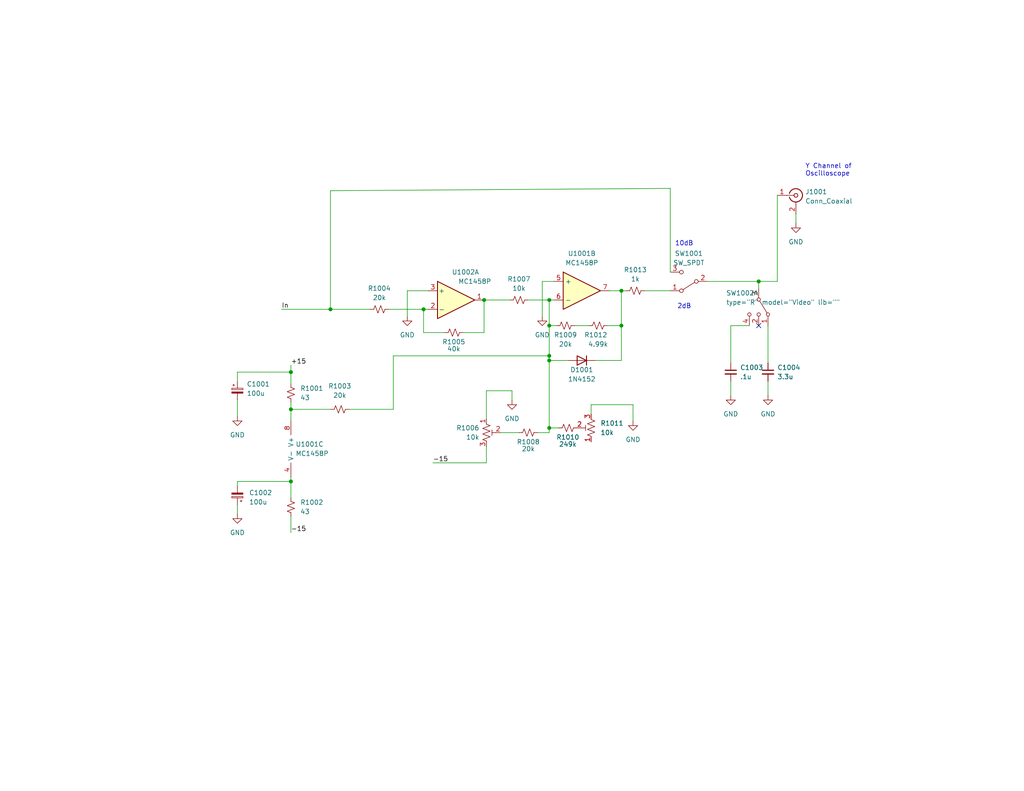
<source format=kicad_sch>
(kicad_sch (version 20211123) (generator eeschema)
  (paper "USLetter")
  (title_block (title "Spectrum Analyzer 2DB/DIV Board") (date "2022-08-15") (rev "0") (company "Andy McCann KA3KAF and Doug McCann KA3KAG") (comment 2 "Wes Hayward W7ZOI") (comment 3 "Original Design By:"))
  (lib_symbols
    (symbol "2db-div:1N4152" (pin_numbers hide) (pin_names hide)
      (property "Reference" "D" (at 0 0 0))
      (property "Value" "1N4152" (at 0 0 0))
      (symbol "1N4152_0_1"
        (polyline (pts (xy 0 -1.27) (xy 0 -3.81)) (stroke (width 0.254)))
        (polyline (pts (xy 2.54 -2.54) (xy 0 -2.54)))
        (polyline (pts (xy 2.54 -1.27) (xy 2.54 -3.81) (xy 0 -2.54) (xy 2.54 -1.27)) (stroke (width 0.254)))
      )
      (symbol "1N4152_1_1"
        (pin passive line (at -2.54 -2.54 0) (length 2.54) (name "K") (number "1"))
        (pin passive line (at 5.08 -2.54 180) (length 2.54) (name "A") (number "2"))
      )
    )
    (symbol "2db-div:MC1458P" (pin_names (offset 0.254))
      (property "Reference" "U" (at 5.842 8.89 0))
      (property "Value" "MC1458P" (at 5.842 6.35 0))
      (property "Footprint" "2db-div:MC1458P" (at 11.43 4.064 0))
      (symbol "MC1458P_1_1"
        (polyline (pts (xy -12.7 5.08) (xy -2.54 0) (xy -12.7 -5.08) (xy -12.7 5.08)) (stroke (width 0.254)) (fill (type background)))
        (pin output line (at 0 0 180) (length 2.54) (name "~") (number "1"))
        (pin input line (at -15.24 -2.54 0) (length 2.54) (name "-") (number "2"))
        (pin input line (at -15.24 2.54 0) (length 2.54) (name "+") (number "3"))
      )
      (symbol "MC1458P_2_1"
        (polyline (pts (xy -12.7 5.08) (xy -2.54 0) (xy -12.7 -5.08) (xy -12.7 5.08)) (stroke (width 0.254)) (fill (type background)))
        (pin input line (at -15.24 2.54 0) (length 2.54) (name "+") (number "5"))
        (pin input line (at -15.24 -2.54 0) (length 2.54) (name "-") (number "6"))
        (pin output line (at 0 0 180) (length 2.54) (name "~") (number "7"))
      )
      (symbol "MC1458P_3_1"
        (pin power_in line (at 0 -7.366 90) (length 3.81) (name "V-") (number "4"))
        (pin power_in line (at 0 7.874 270) (length 3.81) (name "V+") (number "8"))
      )
    )
    (symbol "Connector:Conn_Coaxial" (pin_names (offset 1.016) hide)
      (property "Reference" "J" (at 0.254 3.048 0))
      (property "Value" "Conn_Coaxial" (at 2.921 0 90))
      (symbol "Conn_Coaxial_0_1"
        (arc (start -1.778 -0.508) (mid 0.2311 -1.8066) (end 1.778 0) (stroke (width 0.254)))
        (polyline (pts (xy -2.54 0) (xy -0.508 0)))
        (polyline (pts (xy 0 -2.54) (xy 0 -1.778)))
        (circle (center 0 0) (radius 0.508) (stroke (width 0.2032)))
        (arc (start 1.778 0) (mid 0.2099 1.8101) (end -1.778 0.508) (stroke (width 0.254)))
      )
      (symbol "Conn_Coaxial_1_1"
        (pin passive line (at -5.08 0 0) (length 2.54) (name "In") (number "1"))
        (pin passive line (at 0 -5.08 90) (length 2.54) (name "Ext") (number "2"))
      )
    )
    (symbol "Device:C_Polarized_Small" (pin_numbers hide) (pin_names (offset 0.254) hide)
      (property "Reference" "C" (at 0.254 1.778 0))
      (property "Value" "C_Polarized_Small" (at 0.254 -2.032 0))
      (symbol "C_Polarized_Small_0_1"
        (rectangle (start -1.524 -0.3048) (end 1.524 -0.6858) (fill (type outline)))
        (rectangle (start -1.524 0.6858) (end 1.524 0.3048))
        (polyline (pts (xy -1.27 1.524) (xy -0.762 1.524)))
        (polyline (pts (xy -1.016 1.27) (xy -1.016 1.778)))
      )
      (symbol "C_Polarized_Small_1_1"
        (pin passive line (at 0 2.54 270) (length 1.8542) (name "~") (number "1"))
        (pin passive line (at 0 -2.54 90) (length 1.8542) (name "~") (number "2"))
      )
    )
    (symbol "Device:C_Small" (pin_numbers hide) (pin_names (offset 0.254) hide)
      (property "Reference" "C" (at 0.254 1.778 0))
      (property "Value" "C_Small" (at 0.254 -2.032 0))
      (symbol "C_Small_0_1"
        (polyline (pts (xy -1.524 -0.508) (xy 1.524 -0.508)) (stroke (width 0.3302)))
        (polyline (pts (xy -1.524 0.508) (xy 1.524 0.508)) (stroke (width 0.3048)))
      )
      (symbol "C_Small_1_1"
        (pin passive line (at 0 2.54 270) (length 2.032) (name "~") (number "1"))
        (pin passive line (at 0 -2.54 90) (length 2.032) (name "~") (number "2"))
      )
    )
    (symbol "Device:Opamp_Dual"
      (property "Reference" "U" (at 0 5.08 0))
      (property "Value" "Opamp_Dual" (at 0 -5.08 0))
      (symbol "Opamp_Dual_1_1"
        (polyline (pts (xy -5.08 5.08) (xy 5.08 0) (xy -5.08 -5.08) (xy -5.08 5.08)) (stroke (width 0.254)) (fill (type background)))
        (pin output line (at 7.62 0 180) (length 2.54) (name "~") (number "1"))
        (pin input line (at -7.62 -2.54 0) (length 2.54) (name "-") (number "2"))
        (pin input line (at -7.62 2.54 0) (length 2.54) (name "+") (number "3"))
      )
      (symbol "Opamp_Dual_2_1"
        (polyline (pts (xy -5.08 5.08) (xy 5.08 0) (xy -5.08 -5.08) (xy -5.08 5.08)) (stroke (width 0.254)) (fill (type background)))
        (pin input line (at -7.62 2.54 0) (length 2.54) (name "+") (number "5"))
        (pin input line (at -7.62 -2.54 0) (length 2.54) (name "-") (number "6"))
        (pin output line (at 7.62 0 180) (length 2.54) (name "~") (number "7"))
      )
      (symbol "Opamp_Dual_3_1"
        (pin power_in line (at -2.54 -7.62 90) (length 3.81) (name "V-") (number "4"))
        (pin power_in line (at -2.54 7.62 270) (length 3.81) (name "V+") (number "8"))
      )
    )
    (symbol "Device:R_Potentiometer_Trim_US" (pin_names (offset 1.016) hide)
      (property "Reference" "RV" (at -4.445 0 90))
      (property "Value" "R_Potentiometer_Trim_US" (at -2.54 0 90))
      (symbol "R_Potentiometer_Trim_US_0_1"
        (polyline (pts (xy 0 -2.286) (xy 0 -2.54)))
        (polyline (pts (xy 0 2.286) (xy 0 2.54)))
        (polyline (pts (xy 1.524 0.762) (xy 1.524 -0.762)))
        (polyline (pts (xy 2.54 0) (xy 1.524 0)))
        (polyline (pts (xy 0 -0.762) (xy 1.016 -1.143) (xy 0 -1.524) (xy -1.016 -1.905) (xy 0 -2.286)))
        (polyline (pts (xy 0 0.762) (xy 1.016 0.381) (xy 0 0) (xy -1.016 -0.381) (xy 0 -0.762)))
        (polyline (pts (xy 0 2.286) (xy 1.016 1.905) (xy 0 1.524) (xy -1.016 1.143) (xy 0 0.762)))
      )
      (symbol "R_Potentiometer_Trim_US_1_1"
        (pin passive line (at 0 3.81 270) (length 1.27) (name "1") (number "1"))
        (pin passive line (at 3.81 0 180) (length 1.27) (name "2") (number "2"))
        (pin passive line (at 0 -3.81 90) (length 1.27) (name "3") (number "3"))
      )
    )
    (symbol "Device:R_Small_US" (pin_numbers hide) (pin_names (offset 0.254) hide)
      (property "Reference" "R" (at 0.762 0.508 0))
      (property "Value" "R_Small_US" (at 0.762 -1.016 0))
      (symbol "R_Small_US_1_1"
        (polyline (pts (xy 0 0) (xy 1.016 -0.381) (xy 0 -0.762) (xy -1.016 -1.143) (xy 0 -1.524)))
        (polyline (pts (xy 0 1.524) (xy 1.016 1.143) (xy 0 0.762) (xy -1.016 0.381) (xy 0 0)))
        (pin passive line (at 0 2.54 270) (length 1.016) (name "~") (number "1"))
        (pin passive line (at 0 -2.54 90) (length 1.016) (name "~") (number "2"))
      )
    )
    (symbol "Switch:SW_DP3T" (pin_names (offset 0) hide)
      (property "Reference" "SW" (at 0 5.08 0))
      (property "Value" "SW_DP3T" (at 0 -5.08 0))
      (symbol "SW_DP3T_0_1"
        (circle (center -2.032 0) (radius 0.4572))
        (polyline (pts (xy -1.651 0.254) (xy 1.651 2.286)))
        (circle (center 2.032 -2.54) (radius 0.4572))
        (circle (center 2.032 0) (radius 0.4572))
        (circle (center 2.032 2.54) (radius 0.4572))
      )
      (symbol "SW_DP3T_1_1"
        (pin passive line (at 5.08 2.54 180) (length 2.54) (name "1") (number "1"))
        (pin passive line (at 5.08 0 180) (length 2.54) (name "2") (number "2"))
        (pin passive line (at -5.08 0 0) (length 2.54) (name "3") (number "3"))
        (pin passive line (at 5.08 -2.54 180) (length 2.54) (name "4") (number "4"))
      )
      (symbol "SW_DP3T_2_1"
        (pin passive line (at 5.08 2.54 180) (length 2.54) (name "5") (number "5"))
        (pin passive line (at 5.08 0 180) (length 2.54) (name "6") (number "6"))
        (pin passive line (at -5.08 0 0) (length 2.54) (name "7") (number "7"))
        (pin passive line (at 5.08 -2.54 180) (length 2.54) (name "8") (number "8"))
      )
    )
    (symbol "Switch:SW_SPDT" (pin_names (offset 0) hide)
      (property "Reference" "SW" (at 0 4.318 0))
      (property "Value" "SW_SPDT" (at 0 -5.08 0))
      (symbol "SW_SPDT_0_0"
        (circle (center -2.032 0) (radius 0.508))
        (circle (center 2.032 -2.54) (radius 0.508))
      )
      (symbol "SW_SPDT_0_1"
        (polyline (pts (xy -1.524 0.254) (xy 1.651 2.286)))
        (circle (center 2.032 2.54) (radius 0.508))
      )
      (symbol "SW_SPDT_1_1"
        (pin passive line (at 5.08 2.54 180) (length 2.54) (name "A") (number "1"))
        (pin passive line (at -5.08 0 0) (length 2.54) (name "B") (number "2"))
        (pin passive line (at 5.08 -2.54 180) (length 2.54) (name "C") (number "3"))
      )
    )
    (symbol "power:GND" (power) (pin_names (offset 0))
      (property "Value" "GND" (at 0 -3.81 0))
      (symbol "GND_0_1"
        (polyline (pts (xy 0 0) (xy 0 -1.27) (xy 1.27 -1.27) (xy 0 -2.54) (xy -1.27 -1.27) (xy 0 -1.27)))
      )
      (symbol "GND_1_1"
        (pin power_in line (at 0 0 270) (length 0) hide (name "GND") (number "1"))
      )
    )
  )
  (junction (at 207.01 76.835))
  (junction (at 149.86 97.155))
  (junction (at 149.86 98.425))
  (junction (at 149.86 88.9))
  (junction (at 149.86 81.915))
  (junction (at 132.08 81.915))
  (junction (at 149.86 116.84))
  (junction (at 169.545 88.9))
  (junction (at 79.375 111.76))
  (junction (at 79.375 131.445))
  (junction (at 79.375 101.6))
  (junction (at 90.17 84.455))
  (junction (at 115.57 84.455))
  (junction (at 169.545 79.375))
  (no_connect (at 207.01 88.9))
  (wire (pts (xy 115.57 84.455) (xy 116.84 84.455)))
  (wire (pts (xy 207.01 76.835) (xy 207.01 78.74)))
  (wire (pts (xy 90.17 52.07) (xy 182.88 51.435)))
  (wire (pts (xy 139.7 106.68) (xy 139.7 109.22)))
  (wire (pts (xy 116.84 79.375) (xy 111.125 79.375)))
  (wire (pts (xy 64.77 132.715) (xy 64.77 131.445)))
  (wire (pts (xy 132.08 81.915) (xy 139.065 81.915)))
  (wire (pts (xy 199.39 88.9) (xy 199.39 99.06)))
  (wire (pts (xy 79.375 135.89) (xy 79.375 131.445)))
  (wire (pts (xy 107.315 97.155) (xy 107.315 111.76)))
  (wire (pts (xy 149.86 116.84) (xy 152.4 116.84)))
  (wire (pts (xy 100.965 84.455) (xy 90.17 84.455)))
  (wire (pts (xy 79.375 99.695) (xy 79.375 101.6)))
  (wire (pts (xy 166.37 79.375) (xy 169.545 79.375)))
  (wire (pts (xy 212.09 76.835) (xy 207.01 76.835)))
  (wire (pts (xy 169.545 79.375) (xy 170.815 79.375)))
  (wire (pts (xy 149.86 88.9) (xy 149.86 97.155)))
  (wire (pts (xy 121.285 90.805) (xy 115.57 90.805)))
  (wire (pts (xy 151.13 76.835) (xy 147.955 76.835)))
  (wire (pts (xy 162.56 98.425) (xy 169.545 98.425)))
  (wire (pts (xy 64.77 131.445) (xy 79.375 131.445)))
  (wire (pts (xy 209.55 107.95) (xy 209.55 104.14)))
  (wire (pts (xy 132.715 106.68) (xy 139.7 106.68)))
  (wire (pts (xy 118.11 126.365) (xy 132.715 126.365)))
  (wire (pts (xy 64.77 113.665) (xy 64.77 109.22)))
  (wire (pts (xy 79.375 101.6) (xy 79.375 104.775)))
  (wire (pts (xy 161.29 110.49) (xy 172.72 110.49)))
  (wire (pts (xy 79.375 140.97) (xy 79.375 145.415)))
  (wire (pts (xy 79.375 131.445) (xy 79.375 130.175)))
  (wire (pts (xy 149.86 88.9) (xy 151.765 88.9)))
  (wire (pts (xy 132.715 121.92) (xy 132.715 126.365)))
  (wire (pts (xy 169.545 88.9) (xy 169.545 98.425)))
  (wire (pts (xy 161.29 113.03) (xy 161.29 110.49)))
  (wire (pts (xy 132.08 90.805) (xy 126.365 90.805)))
  (wire (pts (xy 199.39 107.95) (xy 199.39 104.14)))
  (wire (pts (xy 149.86 98.425) (xy 154.94 98.425)))
  (wire (pts (xy 111.125 79.375) (xy 111.125 86.36)))
  (wire (pts (xy 79.375 109.855) (xy 79.375 111.76)))
  (wire (pts (xy 106.045 84.455) (xy 115.57 84.455)))
  (wire (pts (xy 64.77 104.14) (xy 64.77 101.6)))
  (wire (pts (xy 209.55 88.9) (xy 209.55 99.06)))
  (wire (pts (xy 144.145 81.915) (xy 149.86 81.915)))
  (wire (pts (xy 217.17 58.42) (xy 217.17 60.96)))
  (wire (pts (xy 149.86 97.155) (xy 107.315 97.155)))
  (wire (pts (xy 64.77 140.335) (xy 64.77 137.795)))
  (wire (pts (xy 204.47 88.9) (xy 199.39 88.9)))
  (wire (pts (xy 132.715 114.3) (xy 132.715 106.68)))
  (wire (pts (xy 90.17 111.76) (xy 79.375 111.76)))
  (wire (pts (xy 149.86 97.155) (xy 149.86 98.425)))
  (wire (pts (xy 193.04 76.835) (xy 207.01 76.835)))
  (wire (pts (xy 212.09 53.34) (xy 212.09 76.835)))
  (wire (pts (xy 107.315 111.76) (xy 95.25 111.76)))
  (wire (pts (xy 175.895 79.375) (xy 182.88 79.375)))
  (wire (pts (xy 165.735 88.9) (xy 169.545 88.9)))
  (wire (pts (xy 136.525 118.11) (xy 141.605 118.11)))
  (wire (pts (xy 146.685 118.11) (xy 149.86 118.11)))
  (wire (pts (xy 149.86 81.915) (xy 151.13 81.915)))
  (wire (pts (xy 132.08 81.915) (xy 132.08 90.805)))
  (wire (pts (xy 149.86 81.915) (xy 149.86 88.9)))
  (wire (pts (xy 149.86 118.11) (xy 149.86 116.84)))
  (wire (pts (xy 147.955 76.835) (xy 147.955 86.36)))
  (wire (pts (xy 182.88 51.435) (xy 182.88 74.295)))
  (wire (pts (xy 79.375 111.76) (xy 79.375 114.935)))
  (wire (pts (xy 76.835 84.455) (xy 90.17 84.455)))
  (wire (pts (xy 90.17 84.455) (xy 90.17 52.07)))
  (wire (pts (xy 169.545 79.375) (xy 169.545 88.9)))
  (wire (pts (xy 115.57 90.805) (xy 115.57 84.455)))
  (wire (pts (xy 64.77 101.6) (xy 79.375 101.6)))
  (wire (pts (xy 149.86 98.425) (xy 149.86 116.84)))
  (wire (pts (xy 172.72 110.49) (xy 172.72 114.935)))
  (wire (pts (xy 156.845 88.9) (xy 160.655 88.9)))
  (text "2dB" (at 184.785 84.455 0) (effects (font (size 1.27 1.27)) (justify left bottom)))
  (text "10dB" (at 184.15 67.31 0) (effects (font (size 1.27 1.27)) (justify left bottom)))
  (text "Y Channel of\nOscilloscope" (at 219.71 48.26 0) (effects (font (size 1.27 1.27)) (justify left bottom)))
  (label "-15" (at 118.11 126.365 0))
  (label "In" (at 76.835 84.455 0))
  (label "+15" (at 79.375 99.695 0))
  (label "-15" (at 79.375 145.415 0))
  (symbol (lib_id "2db-div:MC1458P") (at 132.08 81.915 0) (unit 1)
    (property "Reference" "U1002" (at 127 74.295 0))
    (property "Value" "MC1458P" (at 129.54 76.835 0))
    (property "Footprint" "2db-div:MC1458P" (effects hide))
  )
  (symbol (lib_id "power:GND") (at 209.55 107.95 0) (unit 1)
    (property "Reference" "#PWR01008" (effects hide))
    (property "Value" "GND" (at 209.55 113.03 0))
  )
  (symbol (lib_id "Switch:SW_DP3T") (at 207.01 83.82 270) (unit 1) (on_board no)
    (property "Reference" "SW1002" (at 198.12 80.01 90) (effects (justify left)))
    (property "Value" "Video" (at 198.12 82.55 90) (effects (justify left)))
    (property "Spice_Primitive" "R" (effects hide))
    (property "Spice_Netlist_Enabled" "N" (effects hide))
  )
  (symbol (lib_id "Device:R_Potentiometer_Trim_US") (at 161.29 116.84 180) (unit 1)
    (property "Reference" "R1011" (at 163.83 115.5699 0) (effects (justify right)))
    (property "Value" "10k" (at 163.83 118.1099 0) (effects (justify right)))
  )
  (symbol (lib_id "Device:R_Small_US") (at 123.825 90.805 90) (unit 1)
    (property "Reference" "R1005" (at 123.825 93.345 90))
    (property "Value" "40k" (at 123.825 95.25 90))
  )
  (symbol (lib_id "Device:R_Small_US") (at 154.305 88.9 90) (unit 1)
    (property "Reference" "R1009" (at 154.305 91.44 90))
    (property "Value" "20k" (at 154.305 93.98 90))
  )
  (symbol (lib_id "Device:C_Polarized_Small") (at 64.77 135.255 180) (unit 1)
    (property "Reference" "C1002" (at 67.945 134.531 0) (effects (justify right)))
    (property "Value" "100u" (at 67.945 137.071 0) (effects (justify right)))
  )
  (symbol (lib_id "Device:C_Small") (at 199.39 101.6 0) (unit 1) (on_board no)
    (property "Reference" "C1003" (at 201.93 100.3362 0) (effects (justify left)))
    (property "Value" ".1u" (at 201.93 102.8762 0) (effects (justify left)))
    (property "Datasheet" "https://connect.kemet.com:7667/gateway/IntelliData-ComponentDocumentation/1.0/download/datasheet/C315C104M5U5TA" (effects hide))
  )
  (symbol (lib_id "Device:R_Small_US") (at 92.71 111.76 270) (unit 1)
    (property "Reference" "R1003" (at 92.71 105.41 90))
    (property "Value" "20k" (at 92.71 107.95 90))
  )
  (symbol (lib_id "power:GND") (at 172.72 114.935 0) (unit 1)
    (property "Reference" "#PWR01006" (effects hide))
    (property "Value" "GND" (at 172.72 120.015 0))
  )
  (symbol (lib_id "power:GND") (at 147.955 86.36 0) (unit 1)
    (property "Reference" "#PWR01005" (effects hide))
    (property "Value" "GND" (at 147.955 91.44 0))
  )
  (symbol (lib_id "Device:R_Small_US") (at 154.94 116.84 90) (unit 1)
    (property "Reference" "R1010" (at 154.94 119.38 90))
    (property "Value" "249k" (at 154.94 121.285 90))
  )
  (symbol (lib_id "power:GND") (at 199.39 107.95 0) (unit 1)
    (property "Reference" "#PWR01007" (effects hide))
    (property "Value" "GND" (at 199.39 113.03 0))
  )
  (symbol (lib_id "power:GND") (at 111.125 86.36 0) (unit 1)
    (property "Reference" "#PWR01003" (effects hide))
    (property "Value" "GND" (at 111.125 91.44 0))
  )
  (symbol (lib_id "Device:R_Small_US") (at 79.375 107.315 180) (unit 1)
    (property "Reference" "R1001" (at 81.915 106.0449 0) (effects (justify right)))
    (property "Value" "43" (at 81.915 108.5849 0) (effects (justify right)))
  )
  (symbol (lib_id "Switch:SW_SPDT") (at 187.96 76.835 180) (unit 1)
    (property "Reference" "SW1001" (at 187.96 69.215 0))
    (property "Value" "SW_SPDT" (at 187.96 71.755 0))
  )
  (symbol (lib_id "Device:Opamp_Dual") (at 81.915 122.555 0) (unit 3)
    (property "Reference" "U1001" (at 80.645 121.2849 0) (effects (justify left)))
    (property "Value" "MC1458P" (at 80.645 123.8249 0) (effects (justify left)))
  )
  (symbol (lib_id "Device:R_Small_US") (at 79.375 138.43 180) (unit 1)
    (property "Reference" "R1002" (at 81.915 137.1599 0) (effects (justify right)))
    (property "Value" "43" (at 81.915 139.6999 0) (effects (justify right)))
  )
  (symbol (lib_id "Device:C_Polarized_Small") (at 64.77 106.68 0) (unit 1)
    (property "Reference" "C1001" (at 67.31 104.8638 0) (effects (justify left)))
    (property "Value" "100u" (at 67.31 107.4038 0) (effects (justify left)))
  )
  (symbol (lib_id "Device:R_Small_US") (at 144.145 118.11 90) (unit 1)
    (property "Reference" "R1008" (at 144.145 120.65 90))
    (property "Value" "20k" (at 144.145 122.555 90))
  )
  (symbol (lib_id "power:GND") (at 139.7 109.22 0) (unit 1)
    (property "Reference" "#PWR01004" (effects hide))
    (property "Value" "GND" (at 139.7 114.3 0))
  )
  (symbol (lib_id "Device:R_Potentiometer_Trim_US") (at 132.715 118.11 0) (unit 1)
    (property "Reference" "R1006" (at 130.81 116.8399 0) (effects (justify right)))
    (property "Value" "10k" (at 130.81 119.3799 0) (effects (justify right)))
  )
  (symbol (lib_id "Device:R_Small_US") (at 141.605 81.915 90) (unit 1)
    (property "Reference" "R1007" (at 141.605 76.2 90))
    (property "Value" "10k" (at 141.605 78.74 90))
  )
  (symbol (lib_id "power:GND") (at 217.17 60.96 0) (unit 1)
    (property "Reference" "#PWR01009" (effects hide))
    (property "Value" "GND" (at 217.17 66.04 0))
  )
  (symbol (lib_id "Connector:Conn_Coaxial") (at 217.17 53.34 0) (unit 1)
    (property "Reference" "J1001" (at 219.71 52.3631 0) (effects (justify left)))
    (property "Value" "Conn_Coaxial" (at 219.71 54.9031 0) (effects (justify left)))
    (property "Datasheet" " ~" (effects hide))
  )
  (symbol (lib_id "power:GND") (at 64.77 113.665 0) (unit 1)
    (property "Reference" "#PWR01001" (effects hide))
    (property "Value" "GND" (at 64.77 118.745 0))
  )
  (symbol (lib_id "2db-div:1N4152") (at 160.02 100.965 180) (unit 1)
    (property "Reference" "D1001" (at 158.75 100.965 0))
    (property "Value" "1N4152" (at 158.75 103.505 0))
    (property "Footprint" "Diode_THT:D_DO-35_SOD27_P7.62mm_Horizontal" (effects hide))
  )
  (symbol (lib_id "Device:Opamp_Dual") (at 158.75 79.375 0) (unit 2)
    (property "Reference" "U1001" (at 158.75 69.215 0))
    (property "Value" "MC1458P" (at 158.75 71.755 0))
  )
  (symbol (lib_id "Device:R_Small_US") (at 163.195 88.9 90) (unit 1)
    (property "Reference" "R1012" (at 162.56 91.44 90))
    (property "Value" "4.99k" (at 163.195 93.98 90))
  )
  (symbol (lib_id "Device:R_Small_US") (at 173.355 79.375 90) (unit 1)
    (property "Reference" "R1013" (at 173.355 73.66 90))
    (property "Value" "1k" (at 173.355 76.2 90))
  )
  (symbol (lib_id "Device:C_Small") (at 209.55 101.6 0) (unit 1) (on_board no)
    (property "Reference" "C1004" (at 212.09 100.3362 0) (effects (justify left)))
    (property "Value" "3.3u" (at 212.09 102.8762 0) (effects (justify left)))
    (property "Datasheet" "https://product.tdk.com/en/system/files?file=dam/doc/product/capacitor/ceramic/lead-mlcc/catalog/leadmlcc_conventional_fk_en.pdf" (effects hide))
  )
  (symbol (lib_id "power:GND") (at 64.77 140.335 0) (unit 1)
    (property "Reference" "#PWR01002" (effects hide))
    (property "Value" "GND" (at 64.77 145.415 0))
  )
  (symbol (lib_id "Device:R_Small_US") (at 103.505 84.455 90) (unit 1)
    (property "Reference" "R1004" (at 103.505 78.74 90))
    (property "Value" "20k" (at 103.505 81.28 90))
  )
)
</source>
